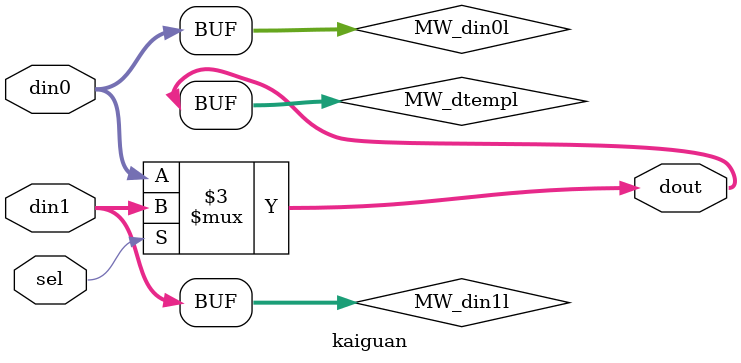
<source format=v>
module kaiguan(din0,dout,din1,sel);
parameter N=8;
input[N-1:0] din0;
output[N-1:0] dout;
input[N-1:0] din1;
input sel;
wire[N-1:0] MW_din0l;
wire[N-1:0] MW_din1l;
reg[N-1:0] MW_dtempl;
always@(MW_din0l or MW_din1l or sel)
begin
  case(sel)
  1'd0:MW_dtempl=MW_din0l;
  default:MW_dtempl=MW_din1l;
  endcase
  end
assign dout=MW_dtempl;
assign MW_din0l=din0;
assign MW_din1l=din1;
endmodule

</source>
